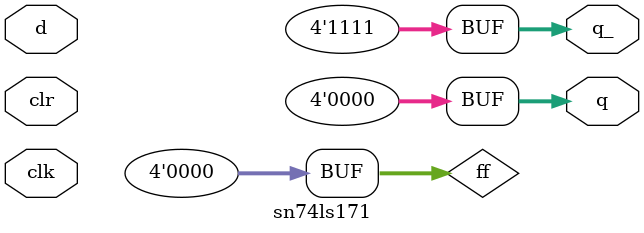
<source format=v>
module sn74ls171(q, q_, d, clk, clr);
input [3:0] d;
input clk, clr;
output [3:0] q, q_;
reg [3:0] ff;

parameter
	tPLH_min=0, tPLH_typ=18, tPLH_max=30,		// worst case (CLR time)
	tPHL_min=0, tPHL_typ=24, tPHL_max=40;

initial
begin
	ff = 4'bxxxx;
end

always @(clr==0)
begin
	ff <= 0;
end

always @(posedge clk)
begin
	if (clr==1)
		ff <= d;
end

assign #(tPLH_min:tPLH_typ:tPLH_max, tPHL_min:tPHL_typ:tPHL_max)
	q = ff;
assign #(tPLH_min:tPLH_typ:tPLH_max, tPHL_min:tPHL_typ:tPHL_max)
	q_ = ~ff;

endmodule

</source>
